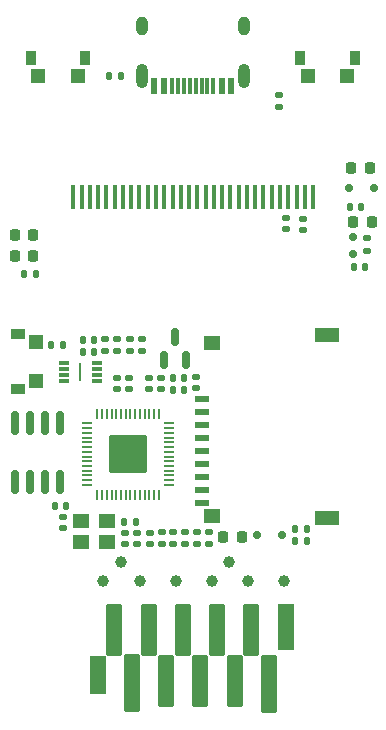
<source format=gbr>
%TF.GenerationSoftware,KiCad,Pcbnew,9.0.0*%
%TF.CreationDate,2025-09-16T23:46:19+02:00*%
%TF.ProjectId,flipper-mce,666c6970-7065-4722-9d6d-63652e6b6963,rev?*%
%TF.SameCoordinates,Original*%
%TF.FileFunction,Soldermask,Top*%
%TF.FilePolarity,Negative*%
%FSLAX46Y46*%
G04 Gerber Fmt 4.6, Leading zero omitted, Abs format (unit mm)*
G04 Created by KiCad (PCBNEW 9.0.0) date 2025-09-16 23:46:19*
%MOMM*%
%LPD*%
G01*
G04 APERTURE LIST*
G04 Aperture macros list*
%AMRoundRect*
0 Rectangle with rounded corners*
0 $1 Rounding radius*
0 $2 $3 $4 $5 $6 $7 $8 $9 X,Y pos of 4 corners*
0 Add a 4 corners polygon primitive as box body*
4,1,4,$2,$3,$4,$5,$6,$7,$8,$9,$2,$3,0*
0 Add four circle primitives for the rounded corners*
1,1,$1+$1,$2,$3*
1,1,$1+$1,$4,$5*
1,1,$1+$1,$6,$7*
1,1,$1+$1,$8,$9*
0 Add four rect primitives between the rounded corners*
20,1,$1+$1,$2,$3,$4,$5,0*
20,1,$1+$1,$4,$5,$6,$7,0*
20,1,$1+$1,$6,$7,$8,$9,0*
20,1,$1+$1,$8,$9,$2,$3,0*%
G04 Aperture macros list end*
%ADD10RoundRect,0.140000X-0.140000X-0.170000X0.140000X-0.170000X0.140000X0.170000X-0.140000X0.170000X0*%
%ADD11RoundRect,0.135000X0.185000X-0.135000X0.185000X0.135000X-0.185000X0.135000X-0.185000X-0.135000X0*%
%ADD12RoundRect,0.225000X-0.225000X-0.250000X0.225000X-0.250000X0.225000X0.250000X-0.225000X0.250000X0*%
%ADD13C,1.000000*%
%ADD14RoundRect,0.076200X-0.593701X-1.885878X0.593701X-1.885878X0.593701X1.885878X-0.593701X1.885878X0*%
%ADD15RoundRect,0.076200X-0.593701X-2.339885X0.593701X-2.339885X0.593701X2.339885X-0.593701X2.339885X0*%
%ADD16RoundRect,0.076200X-0.593701X-2.095420X0.593701X-2.095420X0.593701X2.095420X-0.593701X2.095420X0*%
%ADD17RoundRect,0.076200X-0.593701X-1.571565X0.593701X-1.571565X0.593701X1.571565X-0.593701X1.571565X0*%
%ADD18RoundRect,0.050000X0.387500X0.050000X-0.387500X0.050000X-0.387500X-0.050000X0.387500X-0.050000X0*%
%ADD19RoundRect,0.050000X0.050000X0.387500X-0.050000X0.387500X-0.050000X-0.387500X0.050000X-0.387500X0*%
%ADD20RoundRect,0.144000X1.456000X1.456000X-1.456000X1.456000X-1.456000X-1.456000X1.456000X-1.456000X0*%
%ADD21RoundRect,0.135000X-0.185000X0.135000X-0.185000X-0.135000X0.185000X-0.135000X0.185000X0.135000X0*%
%ADD22RoundRect,0.135000X0.135000X0.185000X-0.135000X0.185000X-0.135000X-0.185000X0.135000X-0.185000X0*%
%ADD23RoundRect,0.140000X0.170000X-0.140000X0.170000X0.140000X-0.170000X0.140000X-0.170000X-0.140000X0*%
%ADD24RoundRect,0.140000X-0.170000X0.140000X-0.170000X-0.140000X0.170000X-0.140000X0.170000X0.140000X0*%
%ADD25RoundRect,0.140000X0.140000X0.170000X-0.140000X0.170000X-0.140000X-0.170000X0.140000X-0.170000X0*%
%ADD26RoundRect,0.150000X-0.200000X0.150000X-0.200000X-0.150000X0.200000X-0.150000X0.200000X0.150000X0*%
%ADD27RoundRect,0.135000X-0.135000X-0.185000X0.135000X-0.185000X0.135000X0.185000X-0.135000X0.185000X0*%
%ADD28RoundRect,0.225000X0.225000X0.250000X-0.225000X0.250000X-0.225000X-0.250000X0.225000X-0.250000X0*%
%ADD29RoundRect,0.150000X0.150000X-0.587500X0.150000X0.587500X-0.150000X0.587500X-0.150000X-0.587500X0*%
%ADD30R,0.600000X1.450000*%
%ADD31R,0.300000X1.450000*%
%ADD32O,1.000000X2.100000*%
%ADD33O,1.000000X1.600000*%
%ADD34R,1.200000X0.900000*%
%ADD35R,1.300000X1.200000*%
%ADD36R,0.900000X1.200000*%
%ADD37R,1.200000X1.300000*%
%ADD38R,1.400000X1.200000*%
%ADD39RoundRect,0.150000X0.150000X-0.825000X0.150000X0.825000X-0.150000X0.825000X-0.150000X-0.825000X0*%
%ADD40R,1.300000X0.600000*%
%ADD41R,2.000000X1.200000*%
%ADD42R,0.900000X0.300000*%
%ADD43R,0.250000X1.650000*%
%ADD44RoundRect,0.150000X0.150000X0.175000X-0.150000X0.175000X-0.150000X-0.175000X0.150000X-0.175000X0*%
%ADD45R,0.400000X2.000000*%
G04 APERTURE END LIST*
D10*
%TO.C,C13*%
X201720000Y-73200000D03*
X202680000Y-73200000D03*
%TD*%
D11*
%TO.C,R16*%
X188760000Y-101800000D03*
X188760000Y-100780000D03*
%TD*%
D12*
%TO.C,C17*%
X190985000Y-101200000D03*
X192535000Y-101200000D03*
%TD*%
D13*
%TO.C,TP5*%
X191516000Y-103251000D03*
%TD*%
D14*
%TO.C,J2*%
X196298152Y-108816962D03*
D15*
X194848152Y-113616962D03*
D16*
X193348152Y-109016962D03*
X191948152Y-113366962D03*
X190498152Y-109016962D03*
X189048152Y-113366962D03*
X187548152Y-109016962D03*
X186148152Y-113366962D03*
X184698152Y-109016962D03*
D15*
X183248152Y-113566962D03*
D16*
X181748152Y-109016962D03*
D17*
X180348152Y-112816962D03*
%TD*%
D11*
%TO.C,R12*%
X186760000Y-101800000D03*
X186760000Y-100780000D03*
%TD*%
D18*
%TO.C,U3*%
X179492500Y-91552000D03*
X179492500Y-91952000D03*
X179492500Y-92352000D03*
X179492500Y-92752000D03*
X179492500Y-93152000D03*
X179492500Y-93552000D03*
X179492500Y-93952000D03*
X179492500Y-94352000D03*
X179492500Y-94752000D03*
X179492500Y-95152000D03*
X179492500Y-95552000D03*
X179492500Y-95952000D03*
X179492500Y-96352000D03*
X179492500Y-96752000D03*
D19*
X180330000Y-97589500D03*
X180730000Y-97589500D03*
X181130000Y-97589500D03*
X181530000Y-97589500D03*
X181930000Y-97589500D03*
X182330000Y-97589500D03*
X182730000Y-97589500D03*
X183130000Y-97589500D03*
X183530000Y-97589500D03*
X183930000Y-97589500D03*
X184330000Y-97589500D03*
X184730000Y-97589500D03*
X185130000Y-97589500D03*
X185530000Y-97589500D03*
D18*
X186367500Y-96752000D03*
X186367500Y-96352000D03*
X186367500Y-95952000D03*
X186367500Y-95552000D03*
X186367500Y-95152000D03*
X186367500Y-94752000D03*
X186367500Y-94352000D03*
X186367500Y-93952000D03*
X186367500Y-93552000D03*
X186367500Y-93152000D03*
X186367500Y-92752000D03*
X186367500Y-92352000D03*
X186367500Y-91952000D03*
X186367500Y-91552000D03*
D19*
X185530000Y-90714500D03*
X185130000Y-90714500D03*
X184730000Y-90714500D03*
X184330000Y-90714500D03*
X183930000Y-90714500D03*
X183530000Y-90714500D03*
X183130000Y-90714500D03*
X182730000Y-90714500D03*
X182330000Y-90714500D03*
X181930000Y-90714500D03*
X181530000Y-90714500D03*
X181130000Y-90714500D03*
X180730000Y-90714500D03*
X180330000Y-90714500D03*
D20*
X182930000Y-94152000D03*
%TD*%
D21*
%TO.C,R4*%
X183100000Y-84390000D03*
X183100000Y-85410000D03*
%TD*%
D22*
%TO.C,R18*%
X198070000Y-101490000D03*
X197050000Y-101490000D03*
%TD*%
D23*
%TO.C,C8*%
X185700000Y-88660000D03*
X185700000Y-87700000D03*
%TD*%
D24*
%TO.C,C1*%
X183700000Y-100820000D03*
X183700000Y-101780000D03*
%TD*%
D13*
%TO.C,TP4*%
X182372000Y-103251000D03*
%TD*%
D21*
%TO.C,R5*%
X184100000Y-84390000D03*
X184100000Y-85410000D03*
%TD*%
D25*
%TO.C,C5*%
X180080000Y-84500000D03*
X179120000Y-84500000D03*
%TD*%
D24*
%TO.C,C15*%
X196342000Y-74168000D03*
X196342000Y-75128000D03*
%TD*%
D11*
%TO.C,R7*%
X182000000Y-85410000D03*
X182000000Y-84390000D03*
%TD*%
D13*
%TO.C,TP7*%
X190040000Y-104902000D03*
%TD*%
D23*
%TO.C,C19*%
X177420000Y-100410000D03*
X177420000Y-99450000D03*
%TD*%
D26*
%TO.C,D4*%
X202000000Y-77200000D03*
X202000000Y-75800000D03*
%TD*%
D11*
%TO.C,R11*%
X185760000Y-101800000D03*
X185760000Y-100780000D03*
%TD*%
D22*
%TO.C,R10*%
X183610000Y-99900000D03*
X182590000Y-99900000D03*
%TD*%
D24*
%TO.C,C7*%
X184760000Y-100810000D03*
X184760000Y-101770000D03*
%TD*%
D27*
%TO.C,R9*%
X197050000Y-100490000D03*
X198070000Y-100490000D03*
%TD*%
D10*
%TO.C,C3*%
X186720000Y-88680000D03*
X187680000Y-88680000D03*
%TD*%
D28*
%TO.C,C16*%
X203375000Y-69900000D03*
X201825000Y-69900000D03*
%TD*%
D10*
%TO.C,C10*%
X186720000Y-87680000D03*
X187680000Y-87680000D03*
%TD*%
D23*
%TO.C,C2*%
X182000000Y-88660000D03*
X182000000Y-87700000D03*
%TD*%
D28*
%TO.C,C11*%
X174865000Y-75582000D03*
X173315000Y-75582000D03*
%TD*%
D25*
%TO.C,C6*%
X180080000Y-85500000D03*
X179120000Y-85500000D03*
%TD*%
D21*
%TO.C,R2*%
X195700000Y-63710000D03*
X195700000Y-64730000D03*
%TD*%
D13*
%TO.C,TP8*%
X193104000Y-104902000D03*
%TD*%
D29*
%TO.C,U2*%
X185950000Y-86137500D03*
X187850000Y-86137500D03*
X186900000Y-84262500D03*
%TD*%
D27*
%TO.C,R15*%
X174115000Y-78867000D03*
X175135000Y-78867000D03*
%TD*%
D12*
%TO.C,C18*%
X202005000Y-74500000D03*
X203555000Y-74500000D03*
%TD*%
D11*
%TO.C,R14*%
X189760000Y-101800000D03*
X189760000Y-100780000D03*
%TD*%
D23*
%TO.C,C9*%
X184700000Y-88660000D03*
X184700000Y-87700000D03*
%TD*%
D11*
%TO.C,R6*%
X203200000Y-76910000D03*
X203200000Y-75890000D03*
%TD*%
D13*
%TO.C,TP1*%
X196168000Y-104902000D03*
%TD*%
D24*
%TO.C,C12*%
X197739000Y-74224000D03*
X197739000Y-75184000D03*
%TD*%
D30*
%TO.C,J3*%
X191650000Y-63023000D03*
X190850000Y-63023000D03*
D31*
X189650000Y-63023000D03*
X188650000Y-63023000D03*
X188150000Y-63023000D03*
X187150000Y-63023000D03*
D30*
X185950000Y-63023000D03*
X185150000Y-63023000D03*
X185150000Y-63023000D03*
X185950000Y-63023000D03*
D31*
X186650000Y-63023000D03*
X187650000Y-63023000D03*
X189150000Y-63023000D03*
X190150000Y-63023000D03*
D30*
X190850000Y-63023000D03*
X191650000Y-63023000D03*
D32*
X192720000Y-62108000D03*
D33*
X192720000Y-57928000D03*
D32*
X184080000Y-62108000D03*
D33*
X184080000Y-57928000D03*
%TD*%
D34*
%TO.C,SW3*%
X173625000Y-88600000D03*
X173625000Y-84000000D03*
D35*
X175175000Y-87975000D03*
X175175000Y-84625000D03*
%TD*%
D13*
%TO.C,TP2*%
X180848000Y-104902000D03*
%TD*%
D10*
%TO.C,C22*%
X202020000Y-78300000D03*
X202980000Y-78300000D03*
%TD*%
D24*
%TO.C,C14*%
X188700000Y-87620000D03*
X188700000Y-88580000D03*
%TD*%
D11*
%TO.C,R8*%
X181000000Y-85410000D03*
X181000000Y-84390000D03*
%TD*%
D24*
%TO.C,C20*%
X182700000Y-100820000D03*
X182700000Y-101780000D03*
%TD*%
D11*
%TO.C,R13*%
X187760000Y-101800000D03*
X187760000Y-100780000D03*
%TD*%
D23*
%TO.C,C23*%
X183000000Y-88660000D03*
X183000000Y-87700000D03*
%TD*%
D36*
%TO.C,SW2*%
X174700000Y-60625000D03*
X179300000Y-60625000D03*
D37*
X175325000Y-62175000D03*
X178675000Y-62175000D03*
%TD*%
D25*
%TO.C,C4*%
X177700000Y-98540000D03*
X176740000Y-98540000D03*
%TD*%
D13*
%TO.C,TP6*%
X186976000Y-104902000D03*
%TD*%
D38*
%TO.C,Y1*%
X181150000Y-99850000D03*
X178950000Y-99850000D03*
X178950000Y-101550000D03*
X181150000Y-101550000D03*
%TD*%
D39*
%TO.C,U4*%
X173325000Y-96467000D03*
X174595000Y-96467000D03*
X175865000Y-96467000D03*
X177135000Y-96467000D03*
X177135000Y-91517000D03*
X175865000Y-91517000D03*
X174595000Y-91517000D03*
X173325000Y-91517000D03*
%TD*%
D40*
%TO.C,Card1*%
X189224000Y-89522000D03*
X189224000Y-90622000D03*
X189224000Y-91722000D03*
X189224000Y-92822000D03*
X189224000Y-93922000D03*
X189224000Y-95022000D03*
X189224000Y-96122000D03*
X189224000Y-97222000D03*
X189224000Y-98322000D03*
D38*
X190074000Y-99422000D03*
D41*
X199776000Y-99583000D03*
X199776000Y-84063000D03*
D38*
X190074000Y-84742000D03*
%TD*%
D42*
%TO.C,U5*%
X177500000Y-86450000D03*
X177500000Y-86950000D03*
X177500000Y-87450000D03*
X177500000Y-87950000D03*
X180300000Y-87950000D03*
X180300000Y-87450000D03*
X180300000Y-86950000D03*
X180300000Y-86450000D03*
D43*
X178900000Y-87200000D03*
%TD*%
D44*
%TO.C,D3*%
X195950000Y-101000000D03*
X193850000Y-101000000D03*
%TD*%
D12*
%TO.C,C21*%
X173315000Y-77343000D03*
X174865000Y-77343000D03*
%TD*%
D22*
%TO.C,R17*%
X177410000Y-84900000D03*
X176390000Y-84900000D03*
%TD*%
D27*
%TO.C,R3*%
X181290000Y-62120000D03*
X182310000Y-62120000D03*
%TD*%
D13*
%TO.C,TP3*%
X183912000Y-104902000D03*
%TD*%
D36*
%TO.C,SW1*%
X197500000Y-60625000D03*
X202100000Y-60625000D03*
D37*
X198125000Y-62175000D03*
X201475000Y-62175000D03*
%TD*%
D44*
%TO.C,D2*%
X203727500Y-71600000D03*
X201627500Y-71600000D03*
%TD*%
D45*
%TO.C,DS1*%
X198593000Y-72390000D03*
X197893000Y-72390000D03*
X197193000Y-72390000D03*
X196493000Y-72390000D03*
X195793000Y-72390000D03*
X195093000Y-72390000D03*
X194393000Y-72390000D03*
X193693000Y-72390000D03*
X192993000Y-72390000D03*
X192293000Y-72390000D03*
X191593000Y-72390000D03*
X190893000Y-72390000D03*
X190193000Y-72390000D03*
X189493000Y-72390000D03*
X188793000Y-72390000D03*
X188093000Y-72390000D03*
X187393000Y-72390000D03*
X186693000Y-72390000D03*
X185993000Y-72390000D03*
X185293000Y-72390000D03*
X184593000Y-72390000D03*
X183893000Y-72390000D03*
X183193000Y-72390000D03*
X182493000Y-72390000D03*
X181793000Y-72390000D03*
X181093000Y-72390000D03*
X180393000Y-72390000D03*
X179693000Y-72390000D03*
X178993000Y-72390000D03*
X178293000Y-72390000D03*
%TD*%
M02*

</source>
